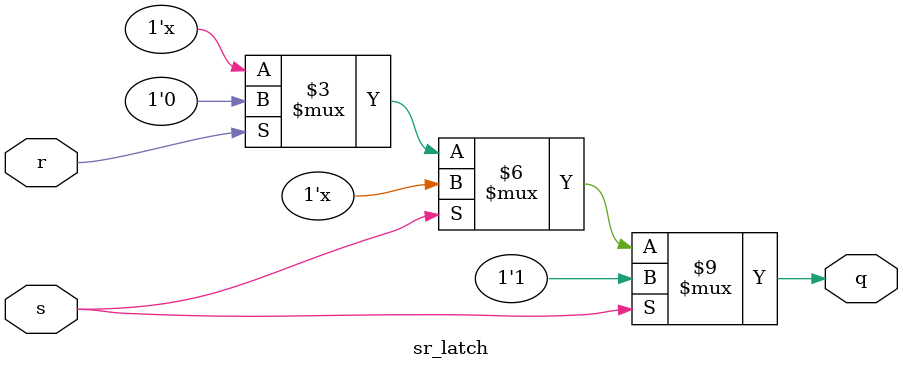
<source format=v>

`timescale 1ns / 1ps


module sr_latch(
    input s,        // set
    input r,        // reset
    output reg q    // latched value
    );
    
    always @*
        if(s)
            q = 1;
        else if(r)
            q = 0;
    
endmodule

</source>
